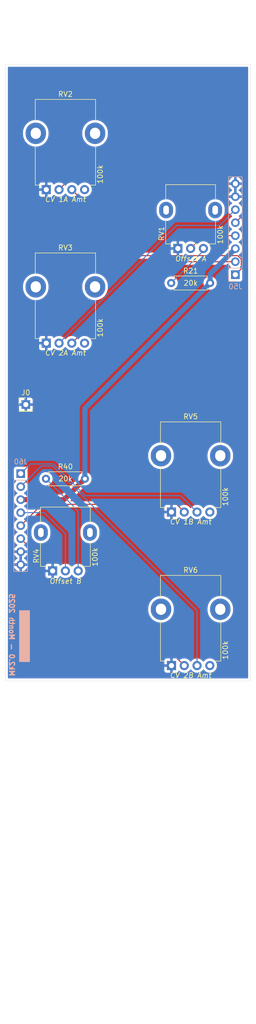
<source format=kicad_pcb>
(kicad_pcb (version 20241229) (generator "pcbnew") (generator_version "9.0")
  (title_block (rev "1") (company "DMH Instruments") (comment 1 "10cm Kosmo format synthesizer module PCB"))
  (layers (0 "F.Cu" signal) (2 "B.Cu" signal) (13 "F.Paste" user) (15 "B.Paste" user) (5 "F.SilkS" user "F.Silkscreen") (7 "B.SilkS" user "B.Silkscreen") (1 "F.Mask" user) (3 "B.Mask" user) (25 "Edge.Cuts" user))
  (net 0 "")
  (net 1 "+12V")
  (net 2 "GND")
  (net 3 "Net-(R21-Pad1)")
  (net 4 "Net-(R40-Pad1)")
  (net 5 "/Inputs and Outputs/Offset A Pot")
  (net 6 "/Inputs and Outputs/CV 1 A Jack")
  (net 7 "/Inputs and Outputs/CV 1 A Pot")
  (net 8 "/Inputs and Outputs/CV 2 A Pot")
  (net 9 "/Inputs and Outputs/CV 2 A Jack")
  (net 10 "/Inputs and Outputs/Offset B Pot")
  (net 11 "/Inputs and Outputs/CV 1 B Jack")
  (net 12 "/Inputs and Outputs/CV 1 B Pot")
  (net 13 "/Inputs and Outputs/CV 2 B Pot")
  (net 14 "/Inputs and Outputs/CV 2 B Jack")
  (footprint "SynthStuff:Potentiometer_Alpha_RD901F-40-00D_Single_Vertical" (layer "F.Cu") (at 84.75 78.5 90)
    (property "Reference" "RV1" (at 2.9 -3.2 90) (layer "F.SilkS"))
    (property "Value" "100k" (at 2.7 8.3 90) (layer "F.SilkS"))
    (property "Function" "Offset A" (at -2 2.5 0) (layer "F.SilkS") (effects (font (thickness 0.15) (italic yes))))
    (fp_line (start 0.88 -2.38) (end 5.6 -2.38) (stroke (width 0.12)) (layer "F.SilkS"))
    (fp_line (start 9.41 -2.37) (end 12.47 -2.37) (stroke (width 0.12)) (layer "F.SilkS"))
    (fp_line (start 0.88 -1.19) (end 0.88 -2.37) (stroke (width 0.12)) (layer "F.SilkS"))
    (fp_line (start 0.88 1.71) (end 0.88 1.18) (stroke (width 0.12)) (layer "F.SilkS"))
    (fp_line (start 0.88 4.16) (end 0.88 3.33) (stroke (width 0.12)) (layer "F.SilkS"))
    (fp_line (start 12.47 7.37) (end 12.47 -2.37) (stroke (width 0.12)) (layer "F.SilkS"))
    (fp_line (start 9.41 7.37) (end 12.47 7.37) (stroke (width 0.12)) (layer "F.SilkS"))
    (fp_line (start 0.88 7.37) (end 0.88 5.88) (stroke (width 0.12)) (layer "F.SilkS"))
    (fp_line (start 0.88 7.37) (end 5.6 7.37) (stroke (width 0.12)) (layer "F.SilkS"))
    (pad "" thru_hole oval (at 7.5 -2.3 180) (size 2.72 3.24) (drill oval 1.1 1.8) (layers "*.Cu" "*.Mask"))
    (pad "" thru_hole oval (at 7.5 7.3 180) (size 2.72 3.24) (drill oval 1.1 1.8) (layers "*.Cu" "*.Mask"))
    (pad "1" thru_hole rect (at 0 0 180) (size 1.8 1.8) (drill 1) (layers "*.Cu" "*.Mask") (net 2 "GND"))
    (pad "2" thru_hole circle (at 0 2.5 180) (size 1.8 1.8) (drill 1) (layers "*.Cu" "*.Mask") (net 5 "/Inputs and Outputs/Offset A Pot"))
    (pad "3" thru_hole circle (at 0 5 180) (size 1.8 1.8) (drill 1) (layers "*.Cu" "*.Mask") (net 3 "Net-(R21-Pad1)"))
  )
  (footprint "Resistor_THT:R_Axial_DIN0207_L6.3mm_D2.5mm_P7.62mm_Horizontal" (layer "F.Cu") (at 83.44 85.25)
    (property "Reference" "R21" (at 3.81 -2.37 0) (layer "F.SilkS"))
    (property "Value" "20k" (at 3.81 0 0) (layer "F.SilkS"))
    (fp_line (start 0.54 -1.37) (end 7.08 -1.37) (stroke (width 0.12)) (layer "F.SilkS"))
    (fp_line (start 0.54 -1.04) (end 0.54 -1.37) (stroke (width 0.12)) (layer "F.SilkS"))
    (fp_line (start 0.54 1.04) (end 0.54 1.37) (stroke (width 0.12)) (layer "F.SilkS"))
    (fp_line (start 0.54 1.37) (end 7.08 1.37) (stroke (width 0.12)) (layer "F.SilkS"))
    (fp_line (start 7.08 -1.37) (end 7.08 -1.04) (stroke (width 0.12)) (layer "F.SilkS"))
    (fp_line (start 7.08 1.37) (end 7.08 1.04) (stroke (width 0.12)) (layer "F.SilkS"))
    (pad "1" thru_hole circle (at 0 0) (size 1.6 1.6) (drill 0.8) (layers "*.Cu" "*.Mask") (net 3 "Net-(R21-Pad1)"))
    (pad "2" thru_hole oval (at 7.62 0) (size 1.6 1.6) (drill 0.8) (layers "*.Cu" "*.Mask") (net 1 "+12V"))
  )
  (footprint "SynthStuff:Potentiometer_TT_P110KH1" (layer "F.Cu") (at 84.75 160)
    (property "Reference" "RV6" (at 2.5 -18.65 0) (layer "F.SilkS"))
    (property "Value" "100k" (at 9.3 -3 90) (layer "F.SilkS"))
    (property "Function" "CV 2B Amt" (at 2.5 1.9 0) (layer "F.SilkS") (effects (font (thickness 0.15) (italic yes))))
    (fp_line (start -3.4 -17.62) (end -3.4 -13.25) (stroke (width 0.12)) (layer "F.SilkS"))
    (fp_line (start -3.4 -8.7) (end -3.4 -0.88) (stroke (width 0.12)) (layer "F.SilkS"))
    (fp_line (start -2.4 -0.88) (end -3.4 -0.88) (stroke (width 0.12)) (layer "F.SilkS"))
    (fp_line (start 8.4 -17.62) (end -3.4 -17.62) (stroke (width 0.12)) (layer "F.SilkS"))
    (fp_line (start 8.4 -17.62) (end 8.4 -13.25) (stroke (width 0.12)) (layer "F.SilkS"))
    (fp_line (start 8.4 -8.7) (end 8.4 -0.88) (stroke (width 0.12)) (layer "F.SilkS"))
    (fp_line (start 8.4 -0.88) (end 7.4 -0.88) (stroke (width 0.12)) (layer "F.SilkS"))
    (pad "" thru_hole oval (at -3.3 -11) (size 4 4.2) (drill oval 2 2.2) (layers "*.Cu" "*.Mask"))
    (pad "" thru_hole circle (at 6.25 0) (size 1.8 1.8) (drill 1) (layers "*.Cu" "*.Mask"))
    (pad "" thru_hole oval (at 8.3 -11) (size 4 4.2) (drill oval 2 2.2) (layers "*.Cu" "*.Mask"))
    (pad "1" thru_hole rect (at -1.25 0) (size 1.8 1.8) (drill 1) (layers "*.Cu" "*.Mask") (net 2 "GND"))
    (pad "2" thru_hole circle (at 1.25 0) (size 1.8 1.8) (drill 1) (layers "*.Cu" "*.Mask") (net 13 "/Inputs and Outputs/CV 2 B Pot"))
    (pad "3" thru_hole circle (at 3.75 0) (size 1.8 1.8) (drill 1) (layers "*.Cu" "*.Mask") (net 14 "/Inputs and Outputs/CV 2 B Jack"))
  )
  (footprint "SynthStuff:Potentiometer_TT_P110KH1" (layer "F.Cu") (at 60.25 67)
    (property "Reference" "RV2" (at 2.5 -18.65 0) (layer "F.SilkS"))
    (property "Value" "100k" (at 9.3 -3 90) (layer "F.SilkS"))
    (property "Function" "CV 1A Amt" (at 2.5 1.9 0) (layer "F.SilkS") (effects (font (thickness 0.15) (italic yes))))
    (fp_line (start -3.4 -17.62) (end -3.4 -13.25) (stroke (width 0.12)) (layer "F.SilkS"))
    (fp_line (start -3.4 -8.7) (end -3.4 -0.88) (stroke (width 0.12)) (layer "F.SilkS"))
    (fp_line (start -2.4 -0.88) (end -3.4 -0.88) (stroke (width 0.12)) (layer "F.SilkS"))
    (fp_line (start 8.4 -17.62) (end -3.4 -17.62) (stroke (width 0.12)) (layer "F.SilkS"))
    (fp_line (start 8.4 -17.62) (end 8.4 -13.25) (stroke (width 0.12)) (layer "F.SilkS"))
    (fp_line (start 8.4 -8.7) (end 8.4 -0.88) (stroke (width 0.12)) (layer "F.SilkS"))
    (fp_line (start 8.4 -0.88) (end 7.4 -0.88) (stroke (width 0.12)) (layer "F.SilkS"))
    (pad "" thru_hole oval (at -3.3 -11) (size 4 4.2) (drill oval 2 2.2) (layers "*.Cu" "*.Mask"))
    (pad "" thru_hole circle (at 6.25 0) (size 1.8 1.8) (drill 1) (layers "*.Cu" "*.Mask"))
    (pad "" thru_hole oval (at 8.3 -11) (size 4 4.2) (drill oval 2 2.2) (layers "*.Cu" "*.Mask"))
    (pad "1" thru_hole rect (at -1.25 0) (size 1.8 1.8) (drill 1) (layers "*.Cu" "*.Mask") (net 2 "GND"))
    (pad "2" thru_hole circle (at 1.25 0) (size 1.8 1.8) (drill 1) (layers "*.Cu" "*.Mask") (net 7 "/Inputs and Outputs/CV 1 A Pot"))
    (pad "3" thru_hole circle (at 3.75 0) (size 1.8 1.8) (drill 1) (layers "*.Cu" "*.Mask") (net 6 "/Inputs and Outputs/CV 1 A Jack"))
  )
  (footprint "SynthStuff:Potentiometer_TT_P110KH1" (layer "F.Cu") (at 60.25 97)
    (property "Reference" "RV3" (at 2.5 -18.65 0) (layer "F.SilkS"))
    (property "Value" "100k" (at 9.3 -3 90) (layer "F.SilkS"))
    (property "Function" "CV 2A Amt" (at 2.5 1.9 0) (layer "F.SilkS") (effects (font (thickness 0.15) (italic yes))))
    (fp_line (start -3.4 -17.62) (end -3.4 -13.25) (stroke (width 0.12)) (layer "F.SilkS"))
    (fp_line (start -3.4 -8.7) (end -3.4 -0.88) (stroke (width 0.12)) (layer "F.SilkS"))
    (fp_line (start -2.4 -0.88) (end -3.4 -0.88) (stroke (width 0.12)) (layer "F.SilkS"))
    (fp_line (start 8.4 -17.62) (end -3.4 -17.62) (stroke (width 0.12)) (layer "F.SilkS"))
    (fp_line (start 8.4 -17.62) (end 8.4 -13.25) (stroke (width 0.12)) (layer "F.SilkS"))
    (fp_line (start 8.4 -8.7) (end 8.4 -0.88) (stroke (width 0.12)) (layer "F.SilkS"))
    (fp_line (start 8.4 -0.88) (end 7.4 -0.88) (stroke (width 0.12)) (layer "F.SilkS"))
    (pad "" thru_hole oval (at -3.3 -11) (size 4 4.2) (drill oval 2 2.2) (layers "*.Cu" "*.Mask"))
    (pad "" thru_hole circle (at 6.25 0) (size 1.8 1.8) (drill 1) (layers "*.Cu" "*.Mask"))
    (pad "" thru_hole oval (at 8.3 -11) (size 4 4.2) (drill oval 2 2.2) (layers "*.Cu" "*.Mask"))
    (pad "1" thru_hole rect (at -1.25 0) (size 1.8 1.8) (drill 1) (layers "*.Cu" "*.Mask") (net 2 "GND"))
    (pad "2" thru_hole circle (at 1.25 0) (size 1.8 1.8) (drill 1) (layers "*.Cu" "*.Mask") (net 8 "/Inputs and Outputs/CV 2 A Pot"))
    (pad "3" thru_hole circle (at 3.75 0) (size 1.8 1.8) (drill 1) (layers "*.Cu" "*.Mask") (net 9 "/Inputs and Outputs/CV 2 A Jack"))
  )
  (footprint "Connector_PinHeader_2.54mm:PinHeader_1x01_P2.54mm_Vertical" (layer "F.Cu") (at 55 109)
    (property "Reference" "J0" (at 0 -2.33 0) (layer "F.SilkS"))
    (property "Value" "Conn_01x01" (hide yes))
    (fp_line (start -1.33 -1.33) (end 0 -1.33) (stroke (width 0.12)) (layer "F.SilkS"))
    (fp_line (start -1.33 0) (end -1.33 -1.33) (stroke (width 0.12)) (layer "F.SilkS"))
    (fp_line (start -1.33 1.27) (end -1.33 1.33) (stroke (width 0.12)) (layer "F.SilkS"))
    (fp_line (start -1.33 1.27) (end 1.33 1.27) (stroke (width 0.12)) (layer "F.SilkS"))
    (fp_line (start -1.33 1.33) (end 1.33 1.33) (stroke (width 0.12)) (layer "F.SilkS"))
    (fp_line (start 1.33 1.27) (end 1.33 1.33) (stroke (width 0.12)) (layer "F.SilkS"))
    (pad "1" thru_hole rect (at 0 0) (size 1.7 1.7) (drill 1) (layers "*.Cu" "*.Mask") (net 2 "GND"))
  )
  (footprint "SynthStuff:Potentiometer_Alpha_RD901F-40-00D_Single_Vertical" (layer "F.Cu") (at 60.25 141.5 90)
    (property "Reference" "RV4" (at 2.9 -3.2 90) (layer "F.SilkS"))
    (property "Value" "100k" (at 2.7 8.3 90) (layer "F.SilkS"))
    (property "Function" "Offset B" (at -2 2.5 0) (layer "F.SilkS") (effects (font (thickness 0.15) (italic yes))))
    (fp_line (start 0.88 -2.38) (end 5.6 -2.38) (stroke (width 0.12)) (layer "F.SilkS"))
    (fp_line (start 9.41 -2.37) (end 12.47 -2.37) (stroke (width 0.12)) (layer "F.SilkS"))
    (fp_line (start 0.88 -1.19) (end 0.88 -2.37) (stroke (width 0.12)) (layer "F.SilkS"))
    (fp_line (start 0.88 1.71) (end 0.88 1.18) (stroke (width 0.12)) (layer "F.SilkS"))
    (fp_line (start 0.88 4.16) (end 0.88 3.33) (stroke (width 0.12)) (layer "F.SilkS"))
    (fp_line (start 12.47 7.37) (end 12.47 -2.37) (stroke (width 0.12)) (layer "F.SilkS"))
    (fp_line (start 9.41 7.37) (end 12.47 7.37) (stroke (width 0.12)) (layer "F.SilkS"))
    (fp_line (start 0.88 7.37) (end 0.88 5.88) (stroke (width 0.12)) (layer "F.SilkS"))
    (fp_line (start 0.88 7.37) (end 5.6 7.37) (stroke (width 0.12)) (layer "F.SilkS"))
    (pad "" thru_hole oval (at 7.5 -2.3 180) (size 2.72 3.24) (drill oval 1.1 1.8) (layers "*.Cu" "*.Mask"))
    (pad "" thru_hole oval (at 7.5 7.3 180) (size 2.72 3.24) (drill oval 1.1 1.8) (layers "*.Cu" "*.Mask"))
    (pad "1" thru_hole rect (at 0 0 180) (size 1.8 1.8) (drill 1) (layers "*.Cu" "*.Mask") (net 2 "GND"))
    (pad "2" thru_hole circle (at 0 2.5 180) (size 1.8 1.8) (drill 1) (layers "*.Cu" "*.Mask") (net 10 "/Inputs and Outputs/Offset B Pot"))
    (pad "3" thru_hole circle (at 0 5 180) (size 1.8 1.8) (drill 1) (layers "*.Cu" "*.Mask") (net 4 "Net-(R40-Pad1)"))
  )
  (footprint "SynthStuff:Potentiometer_TT_P110KH1" (layer "F.Cu") (at 84.75 130)
    (property "Reference" "RV5" (at 2.5 -18.65 0) (layer "F.SilkS"))
    (property "Value" "100k" (at 9.3 -3 90) (layer "F.SilkS"))
    (property "Function" "CV 1B Amt" (at 2.5 1.9 0) (layer "F.SilkS") (effects (font (thickness 0.15) (italic yes))))
    (fp_line (start -3.4 -17.62) (end -3.4 -13.25) (stroke (width 0.12)) (layer "F.SilkS"))
    (fp_line (start -3.4 -8.7) (end -3.4 -0.88) (stroke (width 0.12)) (layer "F.SilkS"))
    (fp_line (start -2.4 -0.88) (end -3.4 -0.88) (stroke (width 0.12)) (layer "F.SilkS"))
    (fp_line (start 8.4 -17.62) (end -3.4 -17.62) (stroke (width 0.12)) (layer "F.SilkS"))
    (fp_line (start 8.4 -17.62) (end 8.4 -13.25) (stroke (width 0.12)) (layer "F.SilkS"))
    (fp_line (start 8.4 -8.7) (end 8.4 -0.88) (stroke (width 0.12)) (layer "F.SilkS"))
    (fp_line (start 8.4 -0.88) (end 7.4 -0.88) (stroke (width 0.12)) (layer "F.SilkS"))
    (pad "" thru_hole oval (at -3.3 -11) (size 4 4.2) (drill oval 2 2.2) (layers "*.Cu" "*.Mask"))
    (pad "" thru_hole circle (at 6.25 0) (size 1.8 1.8) (drill 1) (layers "*.Cu" "*.Mask"))
    (pad "" thru_hole oval (at 8.3 -11) (size 4 4.2) (drill oval 2 2.2) (layers "*.Cu" "*.Mask"))
    (pad "1" thru_hole rect (at -1.25 0) (size 1.8 1.8) (drill 1) (layers "*.Cu" "*.Mask") (net 2 "GND"))
    (pad "2" thru_hole circle (at 1.25 0) (size 1.8 1.8) (drill 1) (layers "*.Cu" "*.Mask") (net 12 "/Inputs and Outputs/CV 1 B Pot"))
    (pad "3" thru_hole circle (at 3.75 0) (size 1.8 1.8) (drill 1) (layers "*.Cu" "*.Mask") (net 11 "/Inputs and Outputs/CV 1 B Jack"))
  )
  (footprint "Resistor_THT:R_Axial_DIN0207_L6.3mm_D2.5mm_P7.62mm_Horizontal" (layer "F.Cu") (at 58.94 123.5)
    (property "Reference" "R40" (at 3.81 -2.37 0) (layer "F.SilkS"))
    (property "Value" "20k" (at 3.81 0 0) (layer "F.SilkS"))
    (fp_line (start 0.54 -1.37) (end 7.08 -1.37) (stroke (width 0.12)) (layer "F.SilkS"))
    (fp_line (start 0.54 -1.04) (end 0.54 -1.37) (stroke (width 0.12)) (layer "F.SilkS"))
    (fp_line (start 0.54 1.04) (end 0.54 1.37) (stroke (width 0.12)) (layer "F.SilkS"))
    (fp_line (start 0.54 1.37) (end 7.08 1.37) (stroke (width 0.12)) (layer "F.SilkS"))
    (fp_line (start 7.08 -1.37) (end 7.08 -1.04) (stroke (width 0.12)) (layer "F.SilkS"))
    (fp_line (start 7.08 1.37) (end 7.08 1.04) (stroke (width 0.12)) (layer "F.SilkS"))
    (pad "1" thru_hole circle (at 0 0) (size 1.6 1.6) (drill 0.8) (layers "*.Cu" "*.Mask") (net 4 "Net-(R40-Pad1)"))
    (pad "2" thru_hole oval (at 7.62 0) (size 1.6 1.6) (drill 0.8) (layers "*.Cu" "*.Mask") (net 1 "+12V"))
  )
  (footprint "Connector_PinHeader_2.54mm:PinHeader_1x08_P2.54mm_Vertical" (layer "B.Cu") (at 54 122.5 180)
    (property "Reference" "J60" (at 0 2.33 0) (layer "B.SilkS") (effects (justify mirror)))
    (property "Value" "Conn_01x08" (hide yes))
    (fp_line (start 1.33 -1.27) (end 1.33 -19.11) (stroke (width 0.12)) (layer "B.SilkS"))
    (fp_line (start -1.33 1.33) (end 0 1.33) (stroke (width 0.12)) (layer "B.SilkS"))
    (fp_line (start -1.33 0) (end -1.33 1.33) (stroke (width 0.12)) (layer "B.SilkS"))
    (fp_line (start -1.33 -1.27) (end 1.33 -1.27) (stroke (width 0.12)) (layer "B.SilkS"))
    (fp_line (start -1.33 -1.27) (end -1.33 -19.11) (stroke (width 0.12)) (layer "B.SilkS"))
    (fp_line (start -1.33 -19.11) (end 1.33 -19.11) (stroke (width 0.12)) (layer "B.SilkS"))
    (pad "1" thru_hole rect (at 0 0 180) (size 1.7 1.7) (drill 1) (layers "*.Cu" "*.Mask") (net 11 "/Inputs and Outputs/CV 1 B Jack"))
    (pad "2" thru_hole oval (at 0 -2.54 180) (size 1.7 1.7) (drill 1) (layers "*.Cu" "*.Mask") (net 14 "/Inputs and Outputs/CV 2 B Jack"))
    (pad "3" thru_hole oval (at 0 -5.08 180) (size 1.7 1.7) (drill 1) (layers "*.Cu" "*.Mask") (net 1 "+12V"))
    (pad "4" thru_hole oval (at 0 -7.62 180) (size 1.7 1.7) (drill 1) (layers "*.Cu" "*.Mask") (net 10 "/Inputs and Outputs/Offset B Pot"))
    (pad "5" thru_hole oval (at 0 -10.16 180) (size 1.7 1.7) (drill 1) (layers "*.Cu" "*.Mask") (net 12 "/Inputs and Outputs/CV 1 B Pot"))
    (pad "6" thru_hole oval (at 0 -12.7 180) (size 1.7 1.7) (drill 1) (layers "*.Cu" "*.Mask") (net 13 "/Inputs and Outputs/CV 2 B Pot"))
    (pad "7" thru_hole oval (at 0 -15.24 180) (size 1.7 1.7) (drill 1) (layers "*.Cu" "*.Mask") (net 2 "GND"))
    (pad "8" thru_hole oval (at 0 -17.78 180) (size 1.7 1.7) (drill 1) (layers "*.Cu" "*.Mask") (net 2 "GND"))
  )
  (footprint "Connector_PinHeader_2.54mm:PinHeader_1x08_P2.54mm_Vertical" (layer "B.Cu") (at 96 83.62)
    (property "Reference" "J50" (at 0 2.33 0) (layer "B.SilkS") (effects (justify mirror)))
    (property "Value" "Conn_01x08" (hide yes))
    (fp_line (start -1.33 -19.11) (end 1.33 -19.11) (stroke (width 0.12)) (layer "B.SilkS"))
    (fp_line (start -1.33 -1.27) (end -1.33 -19.11) (stroke (width 0.12)) (layer "B.SilkS"))
    (fp_line (start -1.33 -1.27) (end 1.33 -1.27) (stroke (width 0.12)) (layer "B.SilkS"))
    (fp_line (start -1.33 0) (end -1.33 1.33) (stroke (width 0.12)) (layer "B.SilkS"))
    (fp_line (start -1.33 1.33) (end 0 1.33) (stroke (width 0.12)) (layer "B.SilkS"))
    (fp_line (start 1.33 -1.27) (end 1.33 -19.11) (stroke (width 0.12)) (layer "B.SilkS"))
    (pad "1" thru_hole rect (at 0 0) (size 1.7 1.7) (drill 1) (layers "*.Cu" "*.Mask") (net 6 "/Inputs and Outputs/CV 1 A Jack"))
    (pad "2" thru_hole oval (at 0 -2.54) (size 1.7 1.7) (drill 1) (layers "*.Cu" "*.Mask") (net 9 "/Inputs and Outputs/CV 2 A Jack"))
    (pad "3" thru_hole oval (at 0 -5.08) (size 1.7 1.7) (drill 1) (layers "*.Cu" "*.Mask") (net 1 "+12V"))
    (pad "4" thru_hole oval (at 0 -7.62) (size 1.7 1.7) (drill 1) (layers "*.Cu" "*.Mask") (net 5 "/Inputs and Outputs/Offset A Pot"))
    (pad "5" thru_hole oval (at 0 -10.16) (size 1.7 1.7) (drill 1) (layers "*.Cu" "*.Mask") (net 7 "/Inputs and Outputs/CV 1 A Pot"))
    (pad "6" thru_hole oval (at 0 -12.7) (size 1.7 1.7) (drill 1) (layers "*.Cu" "*.Mask") (net 8 "/Inputs and Outputs/CV 2 A Pot"))
    (pad "7" thru_hole oval (at 0 -15.24) (size 1.7 1.7) (drill 1) (layers "*.Cu" "*.Mask") (net 2 "GND"))
    (pad "8" thru_hole oval (at 0 -17.78) (size 1.7 1.7) (drill 1) (layers "*.Cu" "*.Mask") (net 2 "GND"))
  )
  (gr_rect (start 53.75 149.25) (end 55.75 159.25) (stroke (width 0.1)) (fill yes) (layer "B.SilkS"))
  (gr_rect (start 51 42.5) (end 99 163) (stroke (width 0.05)) (fill no) (layer "Edge.Cuts"))
  (gr_text "Mk2.0 - Month 2025" (at 52.25 154 270) (layer "B.SilkS") (effects (font (size 1 1) (thickness 0.25) (bold yes)) (justify mirror)))
  (segment (start 62.48 127.58) (end 66.56 123.5) (width 1) (layer "F.Cu") (net 1))
  (segment (start 54 127.58) (end 62.48 127.58) (width 1) (layer "F.Cu") (net 1))
  (segment (start 91.06 85.25) (end 91.06 83.48) (width 1) (layer "B.Cu") (net 1))
  (segment (start 91.06 83.48) (end 96 78.54) (width 1) (layer "B.Cu") (net 1))
  (segment (start 66.56 123.5) (end 66.56 109.75) (width 1) (layer "B.Cu") (net 1))
  (segment (start 66.56 109.75) (end 91.06 85.25) (width 1) (layer "B.Cu") (net 1))
  (segment (start 89.75 78.94) (end 89.75 78.5) (width 0.2) (layer "B.Cu") (net 3))
  (segment (start 83.44 85.25) (end 89.75 78.94) (width 0.2) (layer "B.Cu") (net 3))
  (segment (start 65.25 129.81) (end 65.25 141.5) (width 0.2) (layer "B.Cu") (net 4))
  (segment (start 58.94 123.5) (end 65.25 129.81) (width 0.2) (layer "B.Cu") (net 4))
  (segment (start 89.75 76) (end 96 76) (width 0.2) (layer "F.Cu") (net 5))
  (segment (start 87.25 78.5) (end 89.75 76) (width 0.2) (layer "F.Cu") (net 5))
  (segment (start 76.9 79.9) (end 64 67) (width 0.2) (layer "F.Cu") (net 6))
  (segment (start 97.151 80.60324) (end 96.44776 79.9) (width 0.2) (layer "F.Cu") (net 6))
  (segment (start 96 83.62) (end 97.151 82.469) (width 0.2) (layer "F.Cu") (net 6))
  (segment (start 97.151 82.469) (end 97.151 80.60324) (width 0.2) (layer "F.Cu") (net 6))
  (segment (start 96.44776 79.9) (end 76.9 79.9) (width 0.2) (layer "F.Cu") (net 6))
  (segment (start 96 61.75) (end 98.399 64.149) (width 0.2) (layer "F.Cu") (net 7))
  (segment (start 98.399 64.149) (end 98.399 71.061) (width 0.2) (layer "F.Cu") (net 7))
  (segment (start 98.399 71.061) (end 96 73.46) (width 0.2) (layer "F.Cu") (net 7))
  (segment (start 61.5 67) (end 66.75 61.75) (width 0.2) (layer "F.Cu") (net 7))
  (segment (start 66.75 61.75) (end 96 61.75) (width 0.2) (layer "F.Cu") (net 7))
  (segment (start 61.5 97) (end 84.5 74) (width 0.2) (layer "B.Cu") (net 8))
  (segment (start 92.92 74) (end 96 70.92) (width 0.2) (layer "B.Cu") (net 8))
  (segment (start 84.5 74) (end 92.92 74) (width 0.2) (layer "B.Cu") (net 8))
  (segment (start 79.92 81.08) (end 96 81.08) (width 0.2) (layer "F.Cu") (net 9))
  (segment (start 64 97) (end 79.92 81.08) (width 0.2) (layer "F.Cu") (net 9))
  (segment (start 58.62 130.12) (end 62.75 134.25) (width 0.2) (layer "B.Cu") (net 10))
  (segment (start 54 130.12) (end 58.62 130.12) (width 0.2) (layer "B.Cu") (net 10))
  (segment (start 62.75 134.25) (end 62.75 141.5) (width 0.2) (layer "B.Cu") (net 10))
  (segment (start 54 122.5) (end 55.9 120.6) (width 0.2) (layer "B.Cu") (net 11))
  (segment (start 85.3 126.8) (end 88.5 130) (width 0.2) (layer "B.Cu") (net 11))
  (segment (start 60.4171 120.6) (end 66.6171 126.8) (width 0.2) (layer "B.Cu") (net 11))
  (segment (start 66.6171 126.8) (end 85.3 126.8) (width 0.2) (layer "B.Cu") (net 11))
  (segment (start 55.9 120.6) (end 60.4171 120.6) (width 0.2) (layer "B.Cu") (net 11))
  (segment (start 54 132.66) (end 58.16 128.5) (width 0.2) (layer "F.Cu") (net 12))
  (segment (start 58.16 128.5) (end 84.5 128.5) (width 0.2) (layer "F.Cu") (net 12))
  (segment (start 84.5 128.5) (end 86 130) (width 0.2) (layer "F.Cu") (net 12))
  (segment (start 57.25 141.25) (end 71 155) (width 0.2) (layer "F.Cu") (net 13))
  (segment (start 57.25 138.45) (end 57.25 141.25) (width 0.2) (layer "F.Cu") (net 13))
  (segment (start 81 155) (end 86 160) (width 0.2) (layer "F.Cu") (net 13))
  (segment (start 71 155) (end 81 155) (width 0.2) (layer "F.Cu") (net 13))
  (segment (start 54 135.2) (end 57.25 138.45) (width 0.2) (layer "F.Cu") (net 13))
  (segment (start 66.451 127.201) (end 88.5 149.25) (width 0.2) (layer "B.Cu") (net 14))
  (segment (start 58.039 121.001) (end 60.251 121.001) (width 0.2) (layer "B.Cu") (net 14))
  (segment (start 54 125.04) (end 58.039 121.001) (width 0.2) (layer "B.Cu") (net 14))
  (segment (start 88.5 149.25) (end 88.5 160) (width 0.2) (layer "B.Cu") (net 14))
  (segment (start 60.251 121.001) (end 66.2161 126.9661) (width 0.2) (layer "B.Cu") (net 14))
  (segment (start 66.2161 126.9661) (end 66.451 127.201) (width 0.2) (layer "B.Cu") (net 14))
  (zone (net 2) (net_name "GND") (layers "F.Cu" "B.Cu") (name "Ground_plane") (connect_pads (clearance 0.5)) (min_thickness 0.25) (fill yes (thermal_gap 0.5) (thermal_bridge_width 0.5))
    (polygon (pts (xy 51 42.5) (xy 99 42.5) (xy 99 163) (xy 51 163)))
  )
)
</source>
